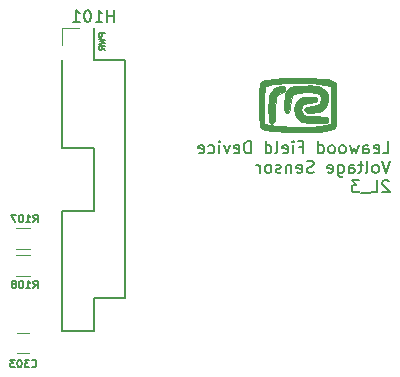
<source format=gbo>
G04 #@! TF.FileFunction,Legend,Bot*
%FSLAX46Y46*%
G04 Gerber Fmt 4.6, Leading zero omitted, Abs format (unit mm)*
G04 Created by KiCad (PCBNEW 4.0.7-e2-6376~58~ubuntu14.04.1) date Sun Jul  1 13:34:02 2018*
%MOMM*%
%LPD*%
G01*
G04 APERTURE LIST*
%ADD10C,0.076200*%
%ADD11C,0.127000*%
%ADD12C,0.100000*%
%ADD13C,0.120000*%
%ADD14C,0.150000*%
G04 APERTURE END LIST*
D10*
D11*
X132475810Y-69909667D02*
X131967810Y-69909667D01*
X131967810Y-70103191D01*
X131992000Y-70151572D01*
X132016190Y-70175763D01*
X132064571Y-70199953D01*
X132137143Y-70199953D01*
X132185524Y-70175763D01*
X132209714Y-70151572D01*
X132233905Y-70103191D01*
X132233905Y-69909667D01*
X131967810Y-70369286D02*
X132475810Y-70490239D01*
X132112952Y-70587001D01*
X132475810Y-70683763D01*
X131967810Y-70804715D01*
X132475810Y-71288524D02*
X132233905Y-71119191D01*
X132475810Y-70998238D02*
X131967810Y-70998238D01*
X131967810Y-71191762D01*
X131992000Y-71240143D01*
X132016190Y-71264334D01*
X132064571Y-71288524D01*
X132137143Y-71288524D01*
X132185524Y-71264334D01*
X132209714Y-71240143D01*
X132233905Y-71191762D01*
X132233905Y-70998238D01*
X156031286Y-80063619D02*
X156515095Y-80063619D01*
X156515095Y-79047619D01*
X155305572Y-80015238D02*
X155402334Y-80063619D01*
X155595857Y-80063619D01*
X155692619Y-80015238D01*
X155741000Y-79918476D01*
X155741000Y-79531429D01*
X155692619Y-79434667D01*
X155595857Y-79386286D01*
X155402334Y-79386286D01*
X155305572Y-79434667D01*
X155257191Y-79531429D01*
X155257191Y-79628190D01*
X155741000Y-79724952D01*
X154386334Y-80063619D02*
X154386334Y-79531429D01*
X154434715Y-79434667D01*
X154531477Y-79386286D01*
X154725000Y-79386286D01*
X154821762Y-79434667D01*
X154386334Y-80015238D02*
X154483096Y-80063619D01*
X154725000Y-80063619D01*
X154821762Y-80015238D01*
X154870143Y-79918476D01*
X154870143Y-79821714D01*
X154821762Y-79724952D01*
X154725000Y-79676571D01*
X154483096Y-79676571D01*
X154386334Y-79628190D01*
X153999286Y-79386286D02*
X153805762Y-80063619D01*
X153612239Y-79579810D01*
X153418715Y-80063619D01*
X153225191Y-79386286D01*
X152693000Y-80063619D02*
X152789762Y-80015238D01*
X152838143Y-79966857D01*
X152886524Y-79870095D01*
X152886524Y-79579810D01*
X152838143Y-79483048D01*
X152789762Y-79434667D01*
X152693000Y-79386286D01*
X152547858Y-79386286D01*
X152451096Y-79434667D01*
X152402715Y-79483048D01*
X152354334Y-79579810D01*
X152354334Y-79870095D01*
X152402715Y-79966857D01*
X152451096Y-80015238D01*
X152547858Y-80063619D01*
X152693000Y-80063619D01*
X151773762Y-80063619D02*
X151870524Y-80015238D01*
X151918905Y-79966857D01*
X151967286Y-79870095D01*
X151967286Y-79579810D01*
X151918905Y-79483048D01*
X151870524Y-79434667D01*
X151773762Y-79386286D01*
X151628620Y-79386286D01*
X151531858Y-79434667D01*
X151483477Y-79483048D01*
X151435096Y-79579810D01*
X151435096Y-79870095D01*
X151483477Y-79966857D01*
X151531858Y-80015238D01*
X151628620Y-80063619D01*
X151773762Y-80063619D01*
X150564239Y-80063619D02*
X150564239Y-79047619D01*
X150564239Y-80015238D02*
X150661001Y-80063619D01*
X150854524Y-80063619D01*
X150951286Y-80015238D01*
X150999667Y-79966857D01*
X151048048Y-79870095D01*
X151048048Y-79579810D01*
X150999667Y-79483048D01*
X150951286Y-79434667D01*
X150854524Y-79386286D01*
X150661001Y-79386286D01*
X150564239Y-79434667D01*
X148967668Y-79531429D02*
X149306334Y-79531429D01*
X149306334Y-80063619D02*
X149306334Y-79047619D01*
X148822525Y-79047619D01*
X148435477Y-80063619D02*
X148435477Y-79386286D01*
X148435477Y-79047619D02*
X148483858Y-79096000D01*
X148435477Y-79144381D01*
X148387096Y-79096000D01*
X148435477Y-79047619D01*
X148435477Y-79144381D01*
X147564620Y-80015238D02*
X147661382Y-80063619D01*
X147854905Y-80063619D01*
X147951667Y-80015238D01*
X148000048Y-79918476D01*
X148000048Y-79531429D01*
X147951667Y-79434667D01*
X147854905Y-79386286D01*
X147661382Y-79386286D01*
X147564620Y-79434667D01*
X147516239Y-79531429D01*
X147516239Y-79628190D01*
X148000048Y-79724952D01*
X146935667Y-80063619D02*
X147032429Y-80015238D01*
X147080810Y-79918476D01*
X147080810Y-79047619D01*
X146113192Y-80063619D02*
X146113192Y-79047619D01*
X146113192Y-80015238D02*
X146209954Y-80063619D01*
X146403477Y-80063619D01*
X146500239Y-80015238D01*
X146548620Y-79966857D01*
X146597001Y-79870095D01*
X146597001Y-79579810D01*
X146548620Y-79483048D01*
X146500239Y-79434667D01*
X146403477Y-79386286D01*
X146209954Y-79386286D01*
X146113192Y-79434667D01*
X144855287Y-80063619D02*
X144855287Y-79047619D01*
X144613382Y-79047619D01*
X144468240Y-79096000D01*
X144371478Y-79192762D01*
X144323097Y-79289524D01*
X144274716Y-79483048D01*
X144274716Y-79628190D01*
X144323097Y-79821714D01*
X144371478Y-79918476D01*
X144468240Y-80015238D01*
X144613382Y-80063619D01*
X144855287Y-80063619D01*
X143452240Y-80015238D02*
X143549002Y-80063619D01*
X143742525Y-80063619D01*
X143839287Y-80015238D01*
X143887668Y-79918476D01*
X143887668Y-79531429D01*
X143839287Y-79434667D01*
X143742525Y-79386286D01*
X143549002Y-79386286D01*
X143452240Y-79434667D01*
X143403859Y-79531429D01*
X143403859Y-79628190D01*
X143887668Y-79724952D01*
X143065192Y-79386286D02*
X142823287Y-80063619D01*
X142581383Y-79386286D01*
X142194335Y-80063619D02*
X142194335Y-79386286D01*
X142194335Y-79047619D02*
X142242716Y-79096000D01*
X142194335Y-79144381D01*
X142145954Y-79096000D01*
X142194335Y-79047619D01*
X142194335Y-79144381D01*
X141275097Y-80015238D02*
X141371859Y-80063619D01*
X141565382Y-80063619D01*
X141662144Y-80015238D01*
X141710525Y-79966857D01*
X141758906Y-79870095D01*
X141758906Y-79579810D01*
X141710525Y-79483048D01*
X141662144Y-79434667D01*
X141565382Y-79386286D01*
X141371859Y-79386286D01*
X141275097Y-79434667D01*
X140452621Y-80015238D02*
X140549383Y-80063619D01*
X140742906Y-80063619D01*
X140839668Y-80015238D01*
X140888049Y-79918476D01*
X140888049Y-79531429D01*
X140839668Y-79434667D01*
X140742906Y-79386286D01*
X140549383Y-79386286D01*
X140452621Y-79434667D01*
X140404240Y-79531429D01*
X140404240Y-79628190D01*
X140888049Y-79724952D01*
X156660238Y-80698619D02*
X156321571Y-81714619D01*
X155982905Y-80698619D01*
X155499095Y-81714619D02*
X155595857Y-81666238D01*
X155644238Y-81617857D01*
X155692619Y-81521095D01*
X155692619Y-81230810D01*
X155644238Y-81134048D01*
X155595857Y-81085667D01*
X155499095Y-81037286D01*
X155353953Y-81037286D01*
X155257191Y-81085667D01*
X155208810Y-81134048D01*
X155160429Y-81230810D01*
X155160429Y-81521095D01*
X155208810Y-81617857D01*
X155257191Y-81666238D01*
X155353953Y-81714619D01*
X155499095Y-81714619D01*
X154579857Y-81714619D02*
X154676619Y-81666238D01*
X154725000Y-81569476D01*
X154725000Y-80698619D01*
X154337953Y-81037286D02*
X153950905Y-81037286D01*
X154192810Y-80698619D02*
X154192810Y-81569476D01*
X154144429Y-81666238D01*
X154047667Y-81714619D01*
X153950905Y-81714619D01*
X153176811Y-81714619D02*
X153176811Y-81182429D01*
X153225192Y-81085667D01*
X153321954Y-81037286D01*
X153515477Y-81037286D01*
X153612239Y-81085667D01*
X153176811Y-81666238D02*
X153273573Y-81714619D01*
X153515477Y-81714619D01*
X153612239Y-81666238D01*
X153660620Y-81569476D01*
X153660620Y-81472714D01*
X153612239Y-81375952D01*
X153515477Y-81327571D01*
X153273573Y-81327571D01*
X153176811Y-81279190D01*
X152257573Y-81037286D02*
X152257573Y-81859762D01*
X152305954Y-81956524D01*
X152354335Y-82004905D01*
X152451096Y-82053286D01*
X152596239Y-82053286D01*
X152693001Y-82004905D01*
X152257573Y-81666238D02*
X152354335Y-81714619D01*
X152547858Y-81714619D01*
X152644620Y-81666238D01*
X152693001Y-81617857D01*
X152741382Y-81521095D01*
X152741382Y-81230810D01*
X152693001Y-81134048D01*
X152644620Y-81085667D01*
X152547858Y-81037286D01*
X152354335Y-81037286D01*
X152257573Y-81085667D01*
X151386716Y-81666238D02*
X151483478Y-81714619D01*
X151677001Y-81714619D01*
X151773763Y-81666238D01*
X151822144Y-81569476D01*
X151822144Y-81182429D01*
X151773763Y-81085667D01*
X151677001Y-81037286D01*
X151483478Y-81037286D01*
X151386716Y-81085667D01*
X151338335Y-81182429D01*
X151338335Y-81279190D01*
X151822144Y-81375952D01*
X150177192Y-81666238D02*
X150032049Y-81714619D01*
X149790145Y-81714619D01*
X149693383Y-81666238D01*
X149645002Y-81617857D01*
X149596621Y-81521095D01*
X149596621Y-81424333D01*
X149645002Y-81327571D01*
X149693383Y-81279190D01*
X149790145Y-81230810D01*
X149983668Y-81182429D01*
X150080430Y-81134048D01*
X150128811Y-81085667D01*
X150177192Y-80988905D01*
X150177192Y-80892143D01*
X150128811Y-80795381D01*
X150080430Y-80747000D01*
X149983668Y-80698619D01*
X149741764Y-80698619D01*
X149596621Y-80747000D01*
X148774145Y-81666238D02*
X148870907Y-81714619D01*
X149064430Y-81714619D01*
X149161192Y-81666238D01*
X149209573Y-81569476D01*
X149209573Y-81182429D01*
X149161192Y-81085667D01*
X149064430Y-81037286D01*
X148870907Y-81037286D01*
X148774145Y-81085667D01*
X148725764Y-81182429D01*
X148725764Y-81279190D01*
X149209573Y-81375952D01*
X148290335Y-81037286D02*
X148290335Y-81714619D01*
X148290335Y-81134048D02*
X148241954Y-81085667D01*
X148145192Y-81037286D01*
X148000050Y-81037286D01*
X147903288Y-81085667D01*
X147854907Y-81182429D01*
X147854907Y-81714619D01*
X147419478Y-81666238D02*
X147322716Y-81714619D01*
X147129192Y-81714619D01*
X147032431Y-81666238D01*
X146984050Y-81569476D01*
X146984050Y-81521095D01*
X147032431Y-81424333D01*
X147129192Y-81375952D01*
X147274335Y-81375952D01*
X147371097Y-81327571D01*
X147419478Y-81230810D01*
X147419478Y-81182429D01*
X147371097Y-81085667D01*
X147274335Y-81037286D01*
X147129192Y-81037286D01*
X147032431Y-81085667D01*
X146403478Y-81714619D02*
X146500240Y-81666238D01*
X146548621Y-81617857D01*
X146597002Y-81521095D01*
X146597002Y-81230810D01*
X146548621Y-81134048D01*
X146500240Y-81085667D01*
X146403478Y-81037286D01*
X146258336Y-81037286D01*
X146161574Y-81085667D01*
X146113193Y-81134048D01*
X146064812Y-81230810D01*
X146064812Y-81521095D01*
X146113193Y-81617857D01*
X146161574Y-81666238D01*
X146258336Y-81714619D01*
X146403478Y-81714619D01*
X145629383Y-81714619D02*
X145629383Y-81037286D01*
X145629383Y-81230810D02*
X145581002Y-81134048D01*
X145532621Y-81085667D01*
X145435859Y-81037286D01*
X145339098Y-81037286D01*
X156563476Y-82446381D02*
X156515095Y-82398000D01*
X156418333Y-82349619D01*
X156176429Y-82349619D01*
X156079667Y-82398000D01*
X156031286Y-82446381D01*
X155982905Y-82543143D01*
X155982905Y-82639905D01*
X156031286Y-82785048D01*
X156611857Y-83365619D01*
X155982905Y-83365619D01*
X155063667Y-83365619D02*
X155547476Y-83365619D01*
X155547476Y-82349619D01*
X154966905Y-83462381D02*
X154192810Y-83462381D01*
X154047667Y-82349619D02*
X153418715Y-82349619D01*
X153757381Y-82736667D01*
X153612239Y-82736667D01*
X153515477Y-82785048D01*
X153467096Y-82833429D01*
X153418715Y-82930190D01*
X153418715Y-83172095D01*
X153467096Y-83268857D01*
X153515477Y-83317238D01*
X153612239Y-83365619D01*
X153902524Y-83365619D01*
X153999286Y-83317238D01*
X154047667Y-83268857D01*
D12*
G36*
X145578622Y-75177418D02*
X145580762Y-75771076D01*
X145581000Y-75955945D01*
X145582968Y-76596217D01*
X145589635Y-77086453D01*
X145602144Y-77445914D01*
X145621639Y-77693861D01*
X145649265Y-77849554D01*
X145686165Y-77932252D01*
X145699169Y-77945670D01*
X145866404Y-78017142D01*
X146004333Y-78047474D01*
X146004333Y-77593748D01*
X146004333Y-76000371D01*
X146008389Y-75479909D01*
X146019750Y-75030332D01*
X146037205Y-74676665D01*
X146059547Y-74443937D01*
X146083725Y-74357926D01*
X146195173Y-74327092D01*
X146437448Y-74280619D01*
X146773507Y-74225095D01*
X147120892Y-74173485D01*
X147749360Y-74111536D01*
X148476949Y-74083245D01*
X149246863Y-74087497D01*
X150002308Y-74123179D01*
X150686486Y-74189176D01*
X151084333Y-74251237D01*
X151634667Y-74355859D01*
X151657634Y-75977143D01*
X151680601Y-77598426D01*
X151107301Y-77689198D01*
X150771387Y-77741928D01*
X150466576Y-77789002D01*
X150280000Y-77817091D01*
X150039831Y-77834739D01*
X149668475Y-77841161D01*
X149203617Y-77837617D01*
X148682943Y-77825364D01*
X148144138Y-77805660D01*
X147624888Y-77779761D01*
X147162878Y-77748926D01*
X146795794Y-77714412D01*
X146660500Y-77696306D01*
X146004333Y-77593748D01*
X146004333Y-78047474D01*
X146175725Y-78085166D01*
X146599887Y-78147037D01*
X147111644Y-78200051D01*
X147683751Y-78241504D01*
X148288961Y-78268692D01*
X148900031Y-78278910D01*
X149052333Y-78278483D01*
X149537331Y-78273260D01*
X149976111Y-78265201D01*
X150334846Y-78255183D01*
X150579708Y-78244080D01*
X150661000Y-78236816D01*
X151167572Y-78153236D01*
X151575361Y-78070708D01*
X151860538Y-77994632D01*
X151994500Y-77934674D01*
X152031535Y-77856849D01*
X152059694Y-77681790D01*
X152079802Y-77394075D01*
X152092683Y-76978284D01*
X152099163Y-76418996D01*
X152100333Y-75955945D01*
X152099382Y-75339599D01*
X152095423Y-74871164D01*
X152086800Y-74529224D01*
X152071856Y-74292362D01*
X152048934Y-74139160D01*
X152016378Y-74048203D01*
X151972532Y-73998073D01*
X151947688Y-73982597D01*
X151681800Y-73889179D01*
X151276239Y-73809175D01*
X150760227Y-73743830D01*
X150162985Y-73694389D01*
X149513736Y-73662099D01*
X148841702Y-73648204D01*
X148176104Y-73653950D01*
X147546166Y-73680582D01*
X146981109Y-73729346D01*
X146742807Y-73760783D01*
X146377342Y-73812423D01*
X146097238Y-73857352D01*
X145891234Y-73916847D01*
X145748071Y-74012182D01*
X145656488Y-74164632D01*
X145605225Y-74395471D01*
X145583023Y-74725975D01*
X145578622Y-75177418D01*
X145578622Y-75177418D01*
X145578622Y-75177418D01*
G37*
X145578622Y-75177418D02*
X145580762Y-75771076D01*
X145581000Y-75955945D01*
X145582968Y-76596217D01*
X145589635Y-77086453D01*
X145602144Y-77445914D01*
X145621639Y-77693861D01*
X145649265Y-77849554D01*
X145686165Y-77932252D01*
X145699169Y-77945670D01*
X145866404Y-78017142D01*
X146004333Y-78047474D01*
X146004333Y-77593748D01*
X146004333Y-76000371D01*
X146008389Y-75479909D01*
X146019750Y-75030332D01*
X146037205Y-74676665D01*
X146059547Y-74443937D01*
X146083725Y-74357926D01*
X146195173Y-74327092D01*
X146437448Y-74280619D01*
X146773507Y-74225095D01*
X147120892Y-74173485D01*
X147749360Y-74111536D01*
X148476949Y-74083245D01*
X149246863Y-74087497D01*
X150002308Y-74123179D01*
X150686486Y-74189176D01*
X151084333Y-74251237D01*
X151634667Y-74355859D01*
X151657634Y-75977143D01*
X151680601Y-77598426D01*
X151107301Y-77689198D01*
X150771387Y-77741928D01*
X150466576Y-77789002D01*
X150280000Y-77817091D01*
X150039831Y-77834739D01*
X149668475Y-77841161D01*
X149203617Y-77837617D01*
X148682943Y-77825364D01*
X148144138Y-77805660D01*
X147624888Y-77779761D01*
X147162878Y-77748926D01*
X146795794Y-77714412D01*
X146660500Y-77696306D01*
X146004333Y-77593748D01*
X146004333Y-78047474D01*
X146175725Y-78085166D01*
X146599887Y-78147037D01*
X147111644Y-78200051D01*
X147683751Y-78241504D01*
X148288961Y-78268692D01*
X148900031Y-78278910D01*
X149052333Y-78278483D01*
X149537331Y-78273260D01*
X149976111Y-78265201D01*
X150334846Y-78255183D01*
X150579708Y-78244080D01*
X150661000Y-78236816D01*
X151167572Y-78153236D01*
X151575361Y-78070708D01*
X151860538Y-77994632D01*
X151994500Y-77934674D01*
X152031535Y-77856849D01*
X152059694Y-77681790D01*
X152079802Y-77394075D01*
X152092683Y-76978284D01*
X152099163Y-76418996D01*
X152100333Y-75955945D01*
X152099382Y-75339599D01*
X152095423Y-74871164D01*
X152086800Y-74529224D01*
X152071856Y-74292362D01*
X152048934Y-74139160D01*
X152016378Y-74048203D01*
X151972532Y-73998073D01*
X151947688Y-73982597D01*
X151681800Y-73889179D01*
X151276239Y-73809175D01*
X150760227Y-73743830D01*
X150162985Y-73694389D01*
X149513736Y-73662099D01*
X148841702Y-73648204D01*
X148176104Y-73653950D01*
X147546166Y-73680582D01*
X146981109Y-73729346D01*
X146742807Y-73760783D01*
X146377342Y-73812423D01*
X146097238Y-73857352D01*
X145891234Y-73916847D01*
X145748071Y-74012182D01*
X145656488Y-74164632D01*
X145605225Y-74395471D01*
X145583023Y-74725975D01*
X145578622Y-75177418D01*
X145578622Y-75177418D01*
G36*
X148540330Y-76322396D02*
X148587811Y-76705950D01*
X148752553Y-77055481D01*
X149026839Y-77324811D01*
X149168097Y-77398168D01*
X149356433Y-77448105D01*
X149627285Y-77479878D01*
X150016089Y-77498742D01*
X150237667Y-77504393D01*
X150634061Y-77508691D01*
X150972353Y-77504729D01*
X151214130Y-77493450D01*
X151317167Y-77477953D01*
X151406029Y-77360885D01*
X151414116Y-77182760D01*
X151346306Y-77028596D01*
X151289075Y-76988391D01*
X151150273Y-76966378D01*
X150886201Y-76949077D01*
X150540907Y-76938813D01*
X150315409Y-76937000D01*
X149833865Y-76921429D01*
X149497329Y-76867481D01*
X149283728Y-76764299D01*
X149170987Y-76601028D01*
X149137033Y-76366811D01*
X149137000Y-76357455D01*
X149203498Y-76093492D01*
X149408142Y-75906644D01*
X149758658Y-75791320D01*
X149960076Y-75761904D01*
X150235639Y-75726063D01*
X150382307Y-75680056D01*
X150440127Y-75602255D01*
X150449333Y-75497666D01*
X150438369Y-75383268D01*
X150380036Y-75316955D01*
X150236176Y-75282166D01*
X149968631Y-75262341D01*
X149899000Y-75258817D01*
X149482720Y-75262844D01*
X149183020Y-75327245D01*
X149088721Y-75369786D01*
X148792058Y-75614094D01*
X148608837Y-75945037D01*
X148540330Y-76322396D01*
X148540330Y-76322396D01*
X148540330Y-76322396D01*
G37*
X148540330Y-76322396D02*
X148587811Y-76705950D01*
X148752553Y-77055481D01*
X149026839Y-77324811D01*
X149168097Y-77398168D01*
X149356433Y-77448105D01*
X149627285Y-77479878D01*
X150016089Y-77498742D01*
X150237667Y-77504393D01*
X150634061Y-77508691D01*
X150972353Y-77504729D01*
X151214130Y-77493450D01*
X151317167Y-77477953D01*
X151406029Y-77360885D01*
X151414116Y-77182760D01*
X151346306Y-77028596D01*
X151289075Y-76988391D01*
X151150273Y-76966378D01*
X150886201Y-76949077D01*
X150540907Y-76938813D01*
X150315409Y-76937000D01*
X149833865Y-76921429D01*
X149497329Y-76867481D01*
X149283728Y-76764299D01*
X149170987Y-76601028D01*
X149137033Y-76366811D01*
X149137000Y-76357455D01*
X149203498Y-76093492D01*
X149408142Y-75906644D01*
X149758658Y-75791320D01*
X149960076Y-75761904D01*
X150235639Y-75726063D01*
X150382307Y-75680056D01*
X150440127Y-75602255D01*
X150449333Y-75497666D01*
X150438369Y-75383268D01*
X150380036Y-75316955D01*
X150236176Y-75282166D01*
X149968631Y-75262341D01*
X149899000Y-75258817D01*
X149482720Y-75262844D01*
X149183020Y-75327245D01*
X149088721Y-75369786D01*
X148792058Y-75614094D01*
X148608837Y-75945037D01*
X148540330Y-76322396D01*
X148540330Y-76322396D01*
G36*
X146343932Y-76413399D02*
X146363862Y-76936157D01*
X146424661Y-77299069D01*
X146525706Y-77500846D01*
X146666376Y-77540203D01*
X146834067Y-77428066D01*
X146887318Y-77282488D01*
X146921314Y-76975882D01*
X146935324Y-76515537D01*
X146935667Y-76416050D01*
X146944236Y-76018735D01*
X146967370Y-75666407D01*
X147001210Y-75404877D01*
X147029759Y-75299124D01*
X147173325Y-75129654D01*
X147407672Y-74982565D01*
X147453092Y-74963284D01*
X147674162Y-74852786D01*
X147768993Y-74726972D01*
X147782333Y-74621685D01*
X147718361Y-74445243D01*
X147550431Y-74361667D01*
X147314525Y-74368481D01*
X147046626Y-74463205D01*
X146782716Y-74643361D01*
X146728722Y-74694255D01*
X146577440Y-74870985D01*
X146470784Y-75070797D01*
X146401483Y-75326186D01*
X146362263Y-75669649D01*
X146345851Y-76133682D01*
X146343932Y-76413399D01*
X146343932Y-76413399D01*
X146343932Y-76413399D01*
G37*
X146343932Y-76413399D02*
X146363862Y-76936157D01*
X146424661Y-77299069D01*
X146525706Y-77500846D01*
X146666376Y-77540203D01*
X146834067Y-77428066D01*
X146887318Y-77282488D01*
X146921314Y-76975882D01*
X146935324Y-76515537D01*
X146935667Y-76416050D01*
X146944236Y-76018735D01*
X146967370Y-75666407D01*
X147001210Y-75404877D01*
X147029759Y-75299124D01*
X147173325Y-75129654D01*
X147407672Y-74982565D01*
X147453092Y-74963284D01*
X147674162Y-74852786D01*
X147768993Y-74726972D01*
X147782333Y-74621685D01*
X147718361Y-74445243D01*
X147550431Y-74361667D01*
X147314525Y-74368481D01*
X147046626Y-74463205D01*
X146782716Y-74643361D01*
X146728722Y-74694255D01*
X146577440Y-74870985D01*
X146470784Y-75070797D01*
X146401483Y-75326186D01*
X146362263Y-75669649D01*
X146345851Y-76133682D01*
X146343932Y-76413399D01*
X146343932Y-76413399D01*
G36*
X147687801Y-76047520D02*
X147711826Y-76344519D01*
X147763783Y-76554327D01*
X147824667Y-76628951D01*
X148016695Y-76659023D01*
X148137143Y-76562621D01*
X148195889Y-76325874D01*
X148205667Y-76093909D01*
X148240746Y-75598412D01*
X148348015Y-75248937D01*
X148530521Y-75036931D01*
X148594865Y-75001336D01*
X148772306Y-74958401D01*
X149067414Y-74925319D01*
X149428592Y-74907058D01*
X149595233Y-74905000D01*
X149986858Y-74910548D01*
X150251654Y-74932080D01*
X150431902Y-74976927D01*
X150569886Y-75052422D01*
X150607249Y-75080478D01*
X150786246Y-75309739D01*
X150823798Y-75572950D01*
X150716614Y-75819950D01*
X150659688Y-75879854D01*
X150436794Y-75994454D01*
X150087358Y-76065508D01*
X150003521Y-76073644D01*
X149639152Y-76130077D01*
X149438352Y-76227606D01*
X149400192Y-76367155D01*
X149523743Y-76549647D01*
X149524048Y-76549952D01*
X149721147Y-76647949D01*
X150043777Y-76665715D01*
X150503879Y-76603860D01*
X150520249Y-76600719D01*
X150899998Y-76454080D01*
X151178444Y-76202501D01*
X151351504Y-75879686D01*
X151415099Y-75519335D01*
X151365146Y-75155151D01*
X151197565Y-74820837D01*
X150908274Y-74550094D01*
X150777472Y-74476569D01*
X150594140Y-74397187D01*
X150410711Y-74346824D01*
X150185663Y-74320875D01*
X149877472Y-74314734D01*
X149444616Y-74323796D01*
X149409509Y-74324852D01*
X148916514Y-74347266D01*
X148558565Y-74387823D01*
X148301477Y-74458716D01*
X148111068Y-74572137D01*
X147953155Y-74740277D01*
X147855375Y-74879171D01*
X147775495Y-75079154D01*
X147720418Y-75370259D01*
X147690926Y-75707907D01*
X147687801Y-76047520D01*
X147687801Y-76047520D01*
X147687801Y-76047520D01*
G37*
X147687801Y-76047520D02*
X147711826Y-76344519D01*
X147763783Y-76554327D01*
X147824667Y-76628951D01*
X148016695Y-76659023D01*
X148137143Y-76562621D01*
X148195889Y-76325874D01*
X148205667Y-76093909D01*
X148240746Y-75598412D01*
X148348015Y-75248937D01*
X148530521Y-75036931D01*
X148594865Y-75001336D01*
X148772306Y-74958401D01*
X149067414Y-74925319D01*
X149428592Y-74907058D01*
X149595233Y-74905000D01*
X149986858Y-74910548D01*
X150251654Y-74932080D01*
X150431902Y-74976927D01*
X150569886Y-75052422D01*
X150607249Y-75080478D01*
X150786246Y-75309739D01*
X150823798Y-75572950D01*
X150716614Y-75819950D01*
X150659688Y-75879854D01*
X150436794Y-75994454D01*
X150087358Y-76065508D01*
X150003521Y-76073644D01*
X149639152Y-76130077D01*
X149438352Y-76227606D01*
X149400192Y-76367155D01*
X149523743Y-76549647D01*
X149524048Y-76549952D01*
X149721147Y-76647949D01*
X150043777Y-76665715D01*
X150503879Y-76603860D01*
X150520249Y-76600719D01*
X150899998Y-76454080D01*
X151178444Y-76202501D01*
X151351504Y-75879686D01*
X151415099Y-75519335D01*
X151365146Y-75155151D01*
X151197565Y-74820837D01*
X150908274Y-74550094D01*
X150777472Y-74476569D01*
X150594140Y-74397187D01*
X150410711Y-74346824D01*
X150185663Y-74320875D01*
X149877472Y-74314734D01*
X149444616Y-74323796D01*
X149409509Y-74324852D01*
X148916514Y-74347266D01*
X148558565Y-74387823D01*
X148301477Y-74458716D01*
X148111068Y-74572137D01*
X147953155Y-74740277D01*
X147855375Y-74879171D01*
X147775495Y-75079154D01*
X147720418Y-75370259D01*
X147690926Y-75707907D01*
X147687801Y-76047520D01*
X147687801Y-76047520D01*
D13*
X126103000Y-96989000D02*
X125103000Y-96989000D01*
X125103000Y-95289000D02*
X126103000Y-95289000D01*
X126203000Y-86369000D02*
X125003000Y-86369000D01*
X125003000Y-88129000D02*
X126203000Y-88129000D01*
X126203000Y-88655000D02*
X125003000Y-88655000D01*
X125003000Y-90415000D02*
X126203000Y-90415000D01*
D14*
X128905000Y-95123000D02*
X128905000Y-84963000D01*
X128905000Y-84963000D02*
X131572000Y-84963000D01*
X131572000Y-84963000D02*
X131572000Y-79629000D01*
X131572000Y-79629000D02*
X128905000Y-79629000D01*
X128905000Y-79629000D02*
X128905000Y-72136000D01*
X131572000Y-95123000D02*
X128905000Y-95123000D01*
X134239000Y-72136000D02*
X134239000Y-92329000D01*
X134239000Y-92329000D02*
X131572000Y-92329000D01*
X131572000Y-92329000D02*
X131572000Y-95123000D01*
X134232000Y-72136000D02*
X131572000Y-72136000D01*
X131572000Y-72136000D02*
X131572000Y-69469000D01*
D13*
X128912000Y-70866000D02*
X128912000Y-69476000D01*
X128912000Y-69476000D02*
X130302000Y-69476000D01*
D11*
X126313595Y-98115786D02*
X126343833Y-98146024D01*
X126434548Y-98176262D01*
X126495024Y-98176262D01*
X126585738Y-98146024D01*
X126646214Y-98085548D01*
X126676453Y-98025071D01*
X126706691Y-97904119D01*
X126706691Y-97813405D01*
X126676453Y-97692452D01*
X126646214Y-97631976D01*
X126585738Y-97571500D01*
X126495024Y-97541262D01*
X126434548Y-97541262D01*
X126343833Y-97571500D01*
X126313595Y-97601738D01*
X126101929Y-97541262D02*
X125708833Y-97541262D01*
X125920500Y-97783167D01*
X125829786Y-97783167D01*
X125769310Y-97813405D01*
X125739072Y-97843643D01*
X125708833Y-97904119D01*
X125708833Y-98055310D01*
X125739072Y-98115786D01*
X125769310Y-98146024D01*
X125829786Y-98176262D01*
X126011214Y-98176262D01*
X126071691Y-98146024D01*
X126101929Y-98115786D01*
X125315738Y-97541262D02*
X125255262Y-97541262D01*
X125194786Y-97571500D01*
X125164548Y-97601738D01*
X125134310Y-97662214D01*
X125104071Y-97783167D01*
X125104071Y-97934357D01*
X125134310Y-98055310D01*
X125164548Y-98115786D01*
X125194786Y-98146024D01*
X125255262Y-98176262D01*
X125315738Y-98176262D01*
X125376214Y-98146024D01*
X125406452Y-98115786D01*
X125436691Y-98055310D01*
X125466929Y-97934357D01*
X125466929Y-97783167D01*
X125436691Y-97662214D01*
X125406452Y-97601738D01*
X125376214Y-97571500D01*
X125315738Y-97541262D01*
X124892405Y-97541262D02*
X124499309Y-97541262D01*
X124710976Y-97783167D01*
X124620262Y-97783167D01*
X124559786Y-97813405D01*
X124529548Y-97843643D01*
X124499309Y-97904119D01*
X124499309Y-98055310D01*
X124529548Y-98115786D01*
X124559786Y-98146024D01*
X124620262Y-98176262D01*
X124801690Y-98176262D01*
X124862167Y-98146024D01*
X124892405Y-98115786D01*
X126440595Y-85885262D02*
X126652262Y-85582881D01*
X126803453Y-85885262D02*
X126803453Y-85250262D01*
X126561548Y-85250262D01*
X126501072Y-85280500D01*
X126470833Y-85310738D01*
X126440595Y-85371214D01*
X126440595Y-85461929D01*
X126470833Y-85522405D01*
X126501072Y-85552643D01*
X126561548Y-85582881D01*
X126803453Y-85582881D01*
X125835833Y-85885262D02*
X126198691Y-85885262D01*
X126017262Y-85885262D02*
X126017262Y-85250262D01*
X126077738Y-85340976D01*
X126138214Y-85401452D01*
X126198691Y-85431690D01*
X125442738Y-85250262D02*
X125382262Y-85250262D01*
X125321786Y-85280500D01*
X125291548Y-85310738D01*
X125261310Y-85371214D01*
X125231071Y-85492167D01*
X125231071Y-85643357D01*
X125261310Y-85764310D01*
X125291548Y-85824786D01*
X125321786Y-85855024D01*
X125382262Y-85885262D01*
X125442738Y-85885262D01*
X125503214Y-85855024D01*
X125533452Y-85824786D01*
X125563691Y-85764310D01*
X125593929Y-85643357D01*
X125593929Y-85492167D01*
X125563691Y-85371214D01*
X125533452Y-85310738D01*
X125503214Y-85280500D01*
X125442738Y-85250262D01*
X125019405Y-85250262D02*
X124596071Y-85250262D01*
X124868214Y-85885262D01*
X126440595Y-91473262D02*
X126652262Y-91170881D01*
X126803453Y-91473262D02*
X126803453Y-90838262D01*
X126561548Y-90838262D01*
X126501072Y-90868500D01*
X126470833Y-90898738D01*
X126440595Y-90959214D01*
X126440595Y-91049929D01*
X126470833Y-91110405D01*
X126501072Y-91140643D01*
X126561548Y-91170881D01*
X126803453Y-91170881D01*
X125835833Y-91473262D02*
X126198691Y-91473262D01*
X126017262Y-91473262D02*
X126017262Y-90838262D01*
X126077738Y-90928976D01*
X126138214Y-90989452D01*
X126198691Y-91019690D01*
X125442738Y-90838262D02*
X125382262Y-90838262D01*
X125321786Y-90868500D01*
X125291548Y-90898738D01*
X125261310Y-90959214D01*
X125231071Y-91080167D01*
X125231071Y-91231357D01*
X125261310Y-91352310D01*
X125291548Y-91412786D01*
X125321786Y-91443024D01*
X125382262Y-91473262D01*
X125442738Y-91473262D01*
X125503214Y-91443024D01*
X125533452Y-91412786D01*
X125563691Y-91352310D01*
X125593929Y-91231357D01*
X125593929Y-91080167D01*
X125563691Y-90959214D01*
X125533452Y-90898738D01*
X125503214Y-90868500D01*
X125442738Y-90838262D01*
X124868214Y-91110405D02*
X124928690Y-91080167D01*
X124958929Y-91049929D01*
X124989167Y-90989452D01*
X124989167Y-90959214D01*
X124958929Y-90898738D01*
X124928690Y-90868500D01*
X124868214Y-90838262D01*
X124747262Y-90838262D01*
X124686786Y-90868500D01*
X124656548Y-90898738D01*
X124626309Y-90959214D01*
X124626309Y-90989452D01*
X124656548Y-91049929D01*
X124686786Y-91080167D01*
X124747262Y-91110405D01*
X124868214Y-91110405D01*
X124928690Y-91140643D01*
X124958929Y-91170881D01*
X124989167Y-91231357D01*
X124989167Y-91352310D01*
X124958929Y-91412786D01*
X124928690Y-91443024D01*
X124868214Y-91473262D01*
X124747262Y-91473262D01*
X124686786Y-91443024D01*
X124656548Y-91412786D01*
X124626309Y-91352310D01*
X124626309Y-91231357D01*
X124656548Y-91170881D01*
X124686786Y-91140643D01*
X124747262Y-91110405D01*
D14*
X133286286Y-68928381D02*
X133286286Y-67928381D01*
X133286286Y-68404571D02*
X132714857Y-68404571D01*
X132714857Y-68928381D02*
X132714857Y-67928381D01*
X131714857Y-68928381D02*
X132286286Y-68928381D01*
X132000572Y-68928381D02*
X132000572Y-67928381D01*
X132095810Y-68071238D01*
X132191048Y-68166476D01*
X132286286Y-68214095D01*
X131095810Y-67928381D02*
X131000571Y-67928381D01*
X130905333Y-67976000D01*
X130857714Y-68023619D01*
X130810095Y-68118857D01*
X130762476Y-68309333D01*
X130762476Y-68547429D01*
X130810095Y-68737905D01*
X130857714Y-68833143D01*
X130905333Y-68880762D01*
X131000571Y-68928381D01*
X131095810Y-68928381D01*
X131191048Y-68880762D01*
X131238667Y-68833143D01*
X131286286Y-68737905D01*
X131333905Y-68547429D01*
X131333905Y-68309333D01*
X131286286Y-68118857D01*
X131238667Y-68023619D01*
X131191048Y-67976000D01*
X131095810Y-67928381D01*
X129810095Y-68928381D02*
X130381524Y-68928381D01*
X130095810Y-68928381D02*
X130095810Y-67928381D01*
X130191048Y-68071238D01*
X130286286Y-68166476D01*
X130381524Y-68214095D01*
M02*

</source>
